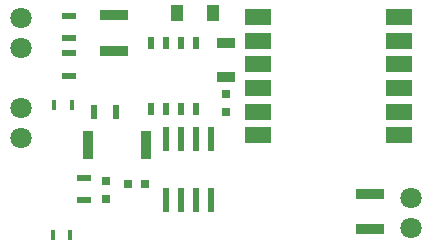
<source format=gtp>
%TF.GenerationSoftware,KiCad,Pcbnew,5.0.2-bee76a0~70~ubuntu18.04.1*%
%TF.CreationDate,2019-09-23T12:17:33+02:00*%
%TF.ProjectId,HVPS_SMD,48565053-5f53-44d4-942e-6b696361645f,rev?*%
%TF.SameCoordinates,Original*%
%TF.FileFunction,Paste,Top*%
%TF.FilePolarity,Positive*%
%FSLAX46Y46*%
G04 Gerber Fmt 4.6, Leading zero omitted, Abs format (unit mm)*
G04 Created by KiCad (PCBNEW 5.0.2-bee76a0~70~ubuntu18.04.1) date Mo 23 Sep 2019 12:17:33 CEST*
%MOMM*%
%LPD*%
G01*
G04 APERTURE LIST*
%ADD10R,2.420000X0.920000*%
%ADD11R,0.720000X0.670000*%
%ADD12R,0.670000X0.720000*%
%ADD13R,1.113800X1.317000*%
%ADD14C,1.799600*%
%ADD15R,0.519440X1.118880*%
%ADD16R,1.220000X0.620000*%
%ADD17R,0.420000X0.820000*%
%ADD18R,0.620000X1.220000*%
%ADD19R,1.620000X0.820000*%
%ADD20R,0.920000X2.420000*%
%ADD21R,2.167900X1.418600*%
%ADD22R,0.519440X2.119640*%
G04 APERTURE END LIST*
D10*
X209931000Y-78407000D03*
X209931000Y-81407000D03*
D11*
X189369000Y-77597000D03*
X190869000Y-77597000D03*
D10*
X188214000Y-63270000D03*
X188214000Y-66270000D03*
D12*
X187579000Y-77355000D03*
X187579000Y-78855000D03*
X197739000Y-69989000D03*
X197739000Y-71489000D03*
D13*
X196621400Y-63119000D03*
X193522600Y-63119000D03*
D14*
X213360000Y-81280000D03*
X213360000Y-78740000D03*
X180340000Y-66040000D03*
X180340000Y-63500000D03*
X180340000Y-71120000D03*
X180340000Y-73660000D03*
D15*
X191389000Y-71247000D03*
X192659000Y-71247000D03*
X193929000Y-71247000D03*
X195199000Y-71247000D03*
X195199000Y-65648840D03*
X193929000Y-65648840D03*
X192659000Y-65648840D03*
X191389000Y-65648840D03*
D16*
X184404000Y-63312000D03*
X184404000Y-65212000D03*
X184404000Y-66487000D03*
X184404000Y-68387000D03*
D17*
X184519000Y-81915000D03*
X183019000Y-81915000D03*
X183146000Y-70866000D03*
X184646000Y-70866000D03*
D16*
X185674000Y-77028000D03*
X185674000Y-78928000D03*
D18*
X186502000Y-71501000D03*
X188402000Y-71501000D03*
D19*
X197739000Y-68506000D03*
X197739000Y-65606000D03*
D20*
X190918000Y-74295000D03*
X186018000Y-74295000D03*
D21*
X200400920Y-63454280D03*
X200400920Y-65453260D03*
X200400920Y-67454780D03*
X200400920Y-69451220D03*
X200400920Y-71452740D03*
X200400920Y-73451720D03*
X212349080Y-73451720D03*
X212349080Y-71452740D03*
X212349080Y-69451220D03*
X212349080Y-67454780D03*
X212349080Y-65453260D03*
X212349080Y-63454280D03*
D22*
X192659000Y-78925420D03*
X193929000Y-78925420D03*
X195199000Y-78925420D03*
X196469000Y-78925420D03*
X196469000Y-73728580D03*
X195199000Y-73728580D03*
X193929000Y-73728580D03*
X192659000Y-73728580D03*
M02*

</source>
